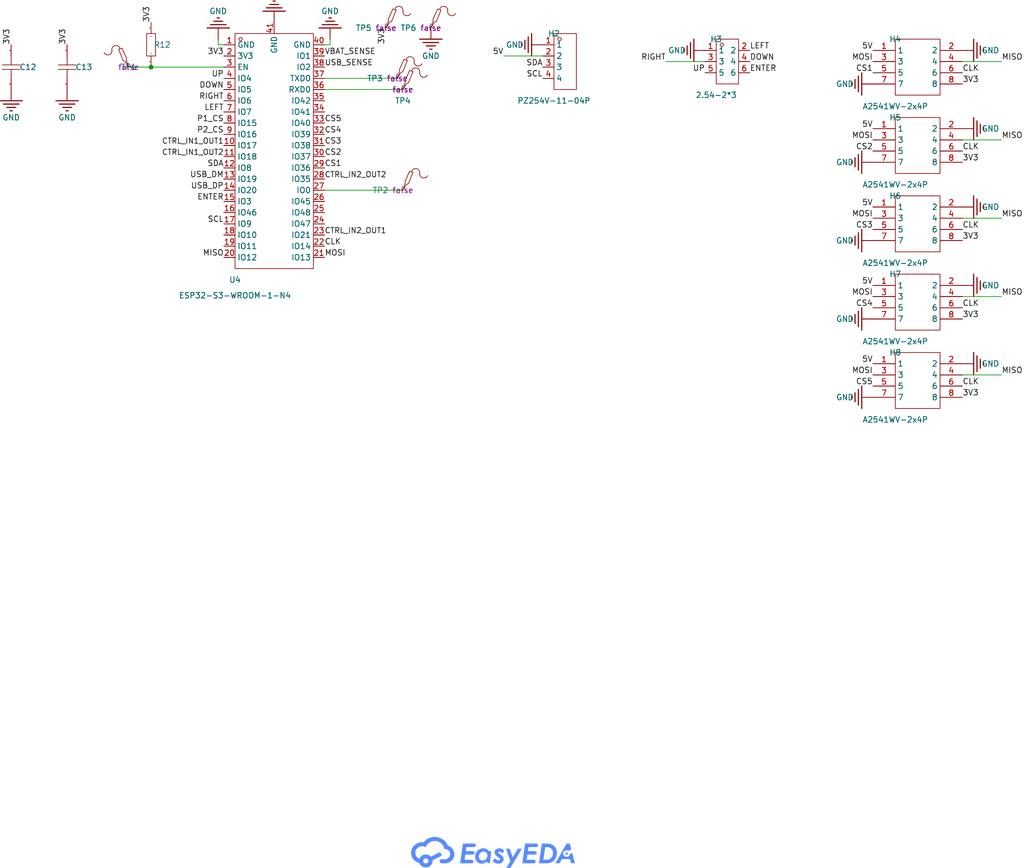
<source format=kicad_sch>
(kicad_sch (version 20250114) (generator "eeschema") (generator_version "9.0")
  (paper "User" 232.435 197.028)
  (lib_symbols
    (symbol "EasyEDA-Pr-easyedapro:2.54-2*3"
      (property "Reference" "H" (at 0 0 0))
      (symbol "2.54-2*3_1_0"
        (pin unspecified line (at -5.08 2.54 0) (length 2.54) (name "1") (number "1"))
        (pin unspecified line (at -5.08 0 0) (length 2.54) (name "3") (number "3"))
        (pin unspecified line (at -5.08 -2.54 0) (length 2.54) (name "5") (number "5"))
        (pin unspecified line (at 5.08 2.54 180) (length 2.54) (name "2") (number "2"))
        (pin unspecified line (at 5.08 0 180) (length 2.54) (name "4") (number "4"))
        (pin unspecified line (at 5.08 -2.54 180) (length 2.54) (name "6") (number "6"))
      )
    )
    (symbol "EasyEDA-Pr-easyedapro:A2541WV-2X4P"
      (property "Reference" "H" (at 0 0 0))
      (symbol "A2541WV-2X4P_1_0"
        (pin unspecified line (at -10.16 3.81 0) (length 5.08) (name "1") (number "1"))
        (pin unspecified line (at -10.16 1.27 0) (length 5.08) (name "3") (number "3"))
        (pin unspecified line (at -10.16 -1.27 0) (length 5.08) (name "5") (number "5"))
        (pin unspecified line (at -10.16 -3.81 0) (length 5.08) (name "7") (number "7"))
        (pin unspecified line (at 10.16 3.81 180) (length 5.08) (name "2") (number "2"))
        (pin unspecified line (at 10.16 1.27 180) (length 5.08) (name "4") (number "4"))
        (pin unspecified line (at 10.16 -1.27 180) (length 5.08) (name "6") (number "6"))
        (pin unspecified line (at 10.16 -3.81 180) (length 5.08) (name "8") (number "8"))
      )
    )
    (symbol "EasyEDA-Pr-easyedapro:CAP"
      (symbol "CAP_1_0"
        (pin input line (at -5.08 0 0) (length 2.54) (name "2") (number "2"))
        (pin input line (at 5.08 0 180) (length 2.54) (name "1") (number "1"))
      )
    )
    (symbol "EasyEDA-Pr-easyedapro:Drawing-Symbol_A4")
    (symbol "EasyEDA-Pr-easyedapro:ESP32-S3-WROOM-1-N4"
      (property "Reference" "U" (at 0 0 0))
      (symbol "ESP32-S3-WROOM-1-N4_1_0"
        (pin unspecified line (at -11.43 24.13 0) (length 2.54) (name "GND") (number "1"))
        (pin unspecified line (at -11.43 21.59 0) (length 2.54) (name "3V3") (number "2"))
        (pin unspecified line (at -11.43 19.05 0) (length 2.54) (name "EN") (number "3"))
        (pin unspecified line (at -11.43 16.51 0) (length 2.54) (name "IO4") (number "4"))
        (pin unspecified line (at -11.43 13.97 0) (length 2.54) (name "IO5") (number "5"))
        (pin unspecified line (at -11.43 11.43 0) (length 2.54) (name "IO6") (number "6"))
        (pin unspecified line (at -11.43 8.89 0) (length 2.54) (name "IO7") (number "7"))
        (pin unspecified line (at -11.43 6.35 0) (length 2.54) (name "IO15") (number "8"))
        (pin unspecified line (at -11.43 3.81 0) (length 2.54) (name "IO16") (number "9"))
        (pin unspecified line (at -11.43 1.27 0) (length 2.54) (name "IO17") (number "10"))
        (pin unspecified line (at -11.43 -1.27 0) (length 2.54) (name "IO18") (number "11"))
        (pin unspecified line (at -11.43 -3.81 0) (length 2.54) (name "IO8") (number "12"))
        (pin unspecified line (at -11.43 -6.35 0) (length 2.54) (name "IO19") (number "13"))
        (pin unspecified line (at -11.43 -8.89 0) (length 2.54) (name "IO20") (number "14"))
        (pin unspecified line (at -11.43 -11.43 0) (length 2.54) (name "IO3") (number "15"))
        (pin unspecified line (at -11.43 -13.97 0) (length 2.54) (name "IO46") (number "16"))
        (pin unspecified line (at -11.43 -16.51 0) (length 2.54) (name "IO9") (number "17"))
        (pin unspecified line (at -11.43 -19.05 0) (length 2.54) (name "IO10") (number "18"))
        (pin unspecified line (at -11.43 -21.59 0) (length 2.54) (name "IO11") (number "19"))
        (pin unspecified line (at -11.43 -24.13 0) (length 2.54) (name "IO12") (number "20"))
        (pin unspecified line (at 0 29.21 270) (length 2.54) (name "GND") (number "41"))
        (pin unspecified line (at 11.43 24.13 180) (length 2.54) (name "GND") (number "40"))
        (pin unspecified line (at 11.43 21.59 180) (length 2.54) (name "IO1") (number "39"))
        (pin unspecified line (at 11.43 19.05 180) (length 2.54) (name "IO2") (number "38"))
        (pin unspecified line (at 11.43 16.51 180) (length 2.54) (name "TXD0") (number "37"))
        (pin unspecified line (at 11.43 13.97 180) (length 2.54) (name "RXD0") (number "36"))
        (pin unspecified line (at 11.43 11.43 180) (length 2.54) (name "IO42") (number "35"))
        (pin unspecified line (at 11.43 8.89 180) (length 2.54) (name "IO41") (number "34"))
        (pin unspecified line (at 11.43 6.35 180) (length 2.54) (name "IO40") (number "33"))
        (pin unspecified line (at 11.43 3.81 180) (length 2.54) (name "IO39") (number "32"))
        (pin unspecified line (at 11.43 1.27 180) (length 2.54) (name "IO38") (number "31"))
        (pin unspecified line (at 11.43 -1.27 180) (length 2.54) (name "IO37") (number "30"))
        (pin unspecified line (at 11.43 -3.81 180) (length 2.54) (name "IO36") (number "29"))
        (pin unspecified line (at 11.43 -6.35 180) (length 2.54) (name "IO35") (number "28"))
        (pin unspecified line (at 11.43 -8.89 180) (length 2.54) (name "IO0") (number "27"))
        (pin unspecified line (at 11.43 -11.43 180) (length 2.54) (name "IO45") (number "26"))
        (pin unspecified line (at 11.43 -13.97 180) (length 2.54) (name "IO48") (number "25"))
        (pin unspecified line (at 11.43 -16.51 180) (length 2.54) (name "IO47") (number "24"))
        (pin unspecified line (at 11.43 -19.05 180) (length 2.54) (name "IO21") (number "23"))
        (pin unspecified line (at 11.43 -21.59 180) (length 2.54) (name "IO14") (number "22"))
        (pin unspecified line (at 11.43 -24.13 180) (length 2.54) (name "IO13") (number "21"))
      )
    )
    (symbol "EasyEDA-Pr-easyedapro:Ground-GND" (power) (pin_numbers (hide yes)) (pin_names (hide yes))
      (property "Value" "GND" (at 0 -6.35 0))
      (symbol "Ground-GND_1_0"
        (pin power_in line (at 0 0 270) (length 2.54) (name "GND") (number "1"))
      )
    )
    (symbol "EasyEDA-Pr-easyedapro:PZ254V-11-04P_C2691448"
      (property "Reference" "H" (at 0 0 0))
      (symbol "PZ254V-11-04P_C2691448_1_0"
        (pin input line (at -5.08 3.81 0) (length 2.54) (name "1") (number "1"))
        (pin input line (at -5.08 1.27 0) (length 2.54) (name "2") (number "2"))
        (pin input line (at -5.08 -1.27 0) (length 2.54) (name "3") (number "3"))
        (pin input line (at -5.08 -3.81 0) (length 2.54) (name "4") (number "4"))
      )
    )
    (symbol "EasyEDA-Pr-easyedapro:Res"
      (symbol "Res_1_0"
        (pin input line (at -5.08 0 0) (length 2.54) (name "1") (number "1"))
        (pin input line (at 5.08 0 180) (length 2.54) (name "2") (number "2"))
      )
    )
    (symbol "EasyEDA-Pr-easyedapro:Test-Point"
      (symbol "Test-Point_1_0"
        (pin unspecified line (at 0 0 90) (length 0.254) (name "1") (number "1"))
      )
    )
  )
  (junction (at 34.29 15.24))
  (wire (pts (xy 49.53 10.16) (xy 49.53 8.89)))
  (wire (pts (xy 73.66 20.32) (xy 91.44 20.32)))
  (wire (pts (xy 50.8 10.16) (xy 49.53 10.16)))
  (wire (pts (xy 73.66 43.18) (xy 91.44 43.18)))
  (wire (pts (xy 218.44 13.97) (xy 227.33 13.97)))
  (wire (pts (xy 218.44 31.75) (xy 227.33 31.75)))
  (wire (pts (xy 160.02 13.97) (xy 151.13 13.97)))
  (wire (pts (xy 218.44 49.53) (xy 227.33 49.53)))
  (wire (pts (xy 218.44 67.31) (xy 227.33 67.31)))
  (wire (pts (xy 34.29 15.24) (xy 50.8 15.24)))
  (wire (pts (xy 74.93 10.16) (xy 73.66 10.16)))
  (wire (pts (xy 29.21 15.24) (xy 34.29 15.24)))
  (wire (pts (xy 218.44 85.09) (xy 227.33 85.09)))
  (wire (pts (xy 114.3 12.7) (xy 123.19 12.7)))
  (wire (pts (xy 74.93 8.89) (xy 74.93 10.16)))
  (wire (pts (xy 73.66 17.78) (xy 90.17 17.78)))
  (label "ENTER" (at 170.18 16.51 0))
  (label "UP" (at 160.02 16.51 180))
  (label "CS1" (at 198.12 16.51 180))
  (label "P2_CS" (at 50.8 30.48 180))
  (label "CTRL_IN1_OUT1" (at 50.8 33.02 180) (effects (font (size 1.2192 1.2192))))
  (label "CS2" (at 198.12 34.29 180))
  (label "CS4" (at 73.66 30.48 0))
  (label "MOSI" (at 198.12 67.31 180))
  (label "5V" (at 114.3 12.7 180))
  (label "RIGHT" (at 50.8 22.86 180))
  (label "SCL" (at 50.8 50.8 180))
  (label "DOWN" (at 50.8 20.32 180))
  (label "CLK" (at 218.44 16.51 0))
  (label "USB_DP" (at 50.8 43.18 180))
  (label "CS3" (at 73.66 33.02 0))
  (label "SDA" (at 50.8 38.1 180))
  (label "MISO" (at 227.33 13.97 0))
  (label "CS5" (at 73.66 27.94 0))
  (label "CLK" (at 218.44 52.07 0))
  (label "CS4" (at 198.12 69.85 180))
  (label "MISO" (at 50.8 58.42 180))
  (label "CLK" (at 218.44 69.85 0))
  (label "P1_CS" (at 50.8 27.94 180))
  (label "MISO" (at 227.33 85.09 0))
  (label "5V" (at 198.12 64.77 180))
  (label "MISO" (at 227.33 49.53 0))
  (label "MOSI" (at 73.66 58.42 0))
  (label "5V" (at 198.12 29.21 180))
  (label "CTRL_IN2_OUT1" (at 73.66 53.34 0) (effects (font (size 1.2192 1.2192))))
  (label "VBAT_SENSE" (at 73.66 12.7 0))
  (label "5V" (at 198.12 46.99 180))
  (label "3V3" (at 218.44 54.61 0))
  (label "MISO" (at 227.33 31.75 0))
  (label "MOSI" (at 198.12 49.53 180))
  (label "CS1" (at 73.66 38.1 0))
  (label "CS3" (at 198.12 52.07 180))
  (label "UP" (at 50.8 17.78 180))
  (label "3V3" (at 218.44 90.17 0))
  (label "5V" (at 198.12 11.43 180))
  (label "DOWN" (at 170.18 13.97 0))
  (label "LEFT" (at 170.18 11.43 0))
  (label "MOSI" (at 198.12 85.09 180))
  (label "CS2" (at 73.66 35.56 0))
  (label "CS5" (at 198.12 87.63 180))
  (label "3V3" (at 2.54 10.16 90))
  (label "5V" (at 198.12 82.55 180))
  (label "USB_DM" (at 50.8 40.64 180))
  (label "3V3" (at 218.44 19.05 0))
  (label "3V3" (at 34.29 5.08 90))
  (label "MOSI" (at 198.12 31.75 180))
  (label "SCL" (at 123.19 17.78 180))
  (label "RIGHT" (at 151.13 13.97 180))
  (label "3V3" (at 50.8 12.7 180))
  (label "3V3" (at 15.24 10.16 90))
  (label "MOSI" (at 198.12 13.97 180))
  (label "CLK" (at 218.44 34.29 0))
  (label "3V3" (at 87.63 6.35 270))
  (label "3V3" (at 218.44 36.83 0))
  (label "CLK" (at 218.44 87.63 0))
  (label "LEFT" (at 50.8 25.4 180))
  (label "CTRL_IN2_OUT2" (at 73.66 40.64 0) (effects (font (size 1.2192 1.2192))))
  (label "USB_SENSE" (at 73.66 15.24 0))
  (label "3V3" (at 218.44 72.39 0))
  (label "MISO" (at 227.33 67.31 0))
  (label "CLK" (at 73.66 55.88 0))
  (label "SDA" (at 123.19 15.24 180))
  (label "CTRL_IN1_OUT2" (at 50.8 35.56 180) (effects (font (size 1.2192 1.2192))))
  (label "ENTER" (at 50.8 45.72 180))
  (symbol (lib_id "EasyEDA-Pr-easyedapro:2.54-2*3") (at 165.1 13.97 0) (unit 1)
    (property "Reference" "H3" (at 162.56 8.89 0))
    (property "Value" "2.54-2*3" (at 162.56 21.59 0))
    (property "Footprint" "EasyEDA-Pr-easyedapro:HDR-TH_6P-P2.54-V-R2-C3-S2.54_A2541WV-2X3P" (effects (hide yes)))
    (property "Datasheet" "https://item.szlcsc.com/datasheet/2.54-2*3/5692722.html" (effects (hide yes)))
    (property "Description" "Pin Structure:2x3P Pitch:2.54mm Row Spacing:2.54mm Circluar Pins/Square Pins:Pin Header Mounting Type:Through Hole Number of Rows:2 Number of Pins:6P Current Rating:2.5A Length of Mating Pin:6mm Insulation Height:2.54mm Length of End Connection Pin:3mm Co" (effects (hide yes)))
    (property "Manufacturer Part" "2.54-2*3" (effects (hide yes)))
    (property "Manufacturer" "ZHOURI(洲日)" (effects (hide yes)))
    (property "Supplier Part" "C5116479" (effects (hide yes)))
    (property "Supplier" "LCSC" (effects (hide yes)))
    (property "LCSC Part Name" "2x3P 间距:2.54mm 方针 直插" (effects (hide yes)))
  )
  (symbol (lib_id "EasyEDA-Pr-easyedapro:Test-Point") (at 90.17 17.78 0) (unit 1)
    (property "Reference" "TP3" (at 85.09 17.78 0))
    (property "Footprint" "EasyEDA-Pr-easyedapro:Test-Point-0.5mm" (effects (hide yes)))
    (property "Description" "Test Point 测试点" (effects (hide yes)))
    (property "Check" "false" (at 90.17 17.78 0))
  )
  (symbol (lib_id "EasyEDA-Pr-easyedapro:Ground-GND") (at 15.24 20.32 0) (unit 1)
    (property "Reference" "#PWR?" (effects (hide yes)))
    (property "Value" "GND" (at 15.24 26.67 0))
    (property "Footprint" "EasyEDA-Pr-easyedapro:" (effects (hide yes)))
  )
  (symbol (lib_id "EasyEDA-Pr-easyedapro:A2541WV-2X4P") (at 208.28 15.24 0) (unit 1)
    (property "Reference" "H4" (at 203.2 8.89 0))
    (property "Value" "A2541WV-2x4P" (at 203.2 24.13 0))
    (property "Footprint" "EasyEDA-Pr-easyedapro:HDR-TH_8P-P2.54-V-R2-C4-S2.54_A2541WV-2X4P" (effects (hide yes)))
    (property "Datasheet" "https://atta.szlcsc.com/upload/public/pdf/source/20180724/C239359_48B1BC0CA1B4E4396A63955AAFD15564.pdf" (effects (hide yes)))
    (property "Description" "Pin Structure:2x4P Pitch:2.54mm Row Spacing:2.54mm Circluar Pins/Square Pins:Policy Mounting Type:Straight Number of Rows:Double Row Number of Pins:8P Current Rating:3A Voltage Rating (Max):250V Length of Mating Pin:6mm Insulation Height:2.54mm Length of" (effects (hide yes)))
    (property "Manufacturer Part" "A2541WV-2x4P" (effects (hide yes)))
    (property "Manufacturer" "CJT(长江连接器)" (effects (hide yes)))
    (property "Supplier Part" "C225519" (effects (hide yes)))
    (property "Supplier" "LCSC" (effects (hide yes)))
    (property "LCSC Part Name" "2x4P 间距:2.54mm 方针 直插" (effects (hide yes)))
  )
  (symbol (lib_id "EasyEDA-Pr-easyedapro:Drawing-Symbol_A4") (at -31.75 200.66 0) (unit 1)
    (property "Reference" "?" (at -31.75 200.66 0))
    (property "Footprint" "EasyEDA-Pr-easyedapro:" (effects (hide yes)))
    (property "@Board Name" "Board1" (at -31.75 200.66 0))
    (property "@Create Date" "2025-12-26" (at -31.75 200.66 0))
    (property "@Create Time" "19:57:43" (at -31.75 200.66 0))
    (property "@Page Count" "3" (at -31.75 200.66 0))
    (property "@Page Name" "MCU" (at -31.75 200.66 0))
    (property "@Page No" "2" (at -31.75 200.66 0))
    (property "@Project Name" "FurModularity 2" (at -31.75 200.66 0))
    (property "@Schematic Name" "Schematic1" (at -31.75 200.66 0))
    (property "@Update Date" "2025-12-27" (at -31.75 200.66 0))
    (property "@Update Time" "19:46:08" (at -31.75 200.66 0))
    (property "Blade Width" "10" (at -31.75 200.66 0))
    (property "Border" "1" (at -31.75 200.66 0))
    (property "Company" "EasyEDA.com" (at -31.75 200.66 0))
    (property "Height" "825" (at -31.75 200.66 0))
    (property "Page Size" "A4" (at -31.75 200.66 0))
    (property "Region Start" "1" (at -31.75 200.66 0))
    (property "Title Block" "1" (at -31.75 200.66 0))
    (property "Title Block Position" "3" (at -31.75 200.66 0))
    (property "Version" "V1.0" (at -31.75 200.66 0))
    (property "Width" "1170" (at -31.75 200.66 0))
    (property "X Region Count" "6" (at -31.75 200.66 0))
    (property "Y Region Count" "4" (at -31.75 200.66 0))
  )
  (symbol (lib_id "EasyEDA-Pr-easyedapro:Ground-GND") (at 198.12 90.17 270) (unit 1)
    (property "Reference" "#PWR?" (effects (hide yes)))
    (property "Value" "GND" (at 191.77 90.17 90))
    (property "Footprint" "EasyEDA-Pr-easyedapro:" (effects (hide yes)))
  )
  (symbol (lib_id "EasyEDA-Pr-easyedapro:Ground-GND") (at 218.44 82.55 90) (mirror x) (unit 1)
    (property "Reference" "#PWR?" (effects (hide yes)))
    (property "Value" "GND" (at 224.79 82.55 90))
    (property "Footprint" "EasyEDA-Pr-easyedapro:" (effects (hide yes)))
  )
  (symbol (lib_id "EasyEDA-Pr-easyedapro:Ground-GND") (at 218.44 64.77 90) (mirror x) (unit 1)
    (property "Reference" "#PWR?" (effects (hide yes)))
    (property "Value" "GND" (at 224.79 64.77 90))
    (property "Footprint" "EasyEDA-Pr-easyedapro:" (effects (hide yes)))
  )
  (symbol (lib_id "EasyEDA-Pr-easyedapro:ESP32-S3-WROOM-1-N4") (at 62.23 34.29 0) (unit 1)
    (property "Reference" "U4" (at 53.34 63.5 0))
    (property "Value" "ESP32-S3-WROOM-1-N4" (at 53.34 67.056 0))
    (property "Footprint" "EasyEDA-Pr-easyedapro:WIFIM-SMD_ESP32-S3-WROOM-1-N8" (effects (hide yes)))
    (property "Datasheet" "https://item.szlcsc.com/datasheet/ESP32-S3-WROOM-1-N4/3198295.html" (effects (hide yes)))
    (property "Manufacturer Part" "ESP32-S3-WROOM-1-N4" (effects (hide yes)))
    (property "Manufacturer" "ESPRESSIF(乐鑫)" (effects (hide yes)))
    (property "Supplier Part" "C2913197" (effects (hide yes)))
    (property "Supplier" "LCSC" (effects (hide yes)))
    (property "LCSC Part Name" "通用型Wi-Fi+低功耗蓝牙MCU模组" (effects (hide yes)))
  )
  (symbol (lib_id "EasyEDA-Pr-easyedapro:Ground-GND") (at 123.19 10.16 270) (unit 1)
    (property "Reference" "#PWR?" (effects (hide yes)))
    (property "Value" "GND" (at 116.84 10.16 90))
    (property "Footprint" "EasyEDA-Pr-easyedapro:" (effects (hide yes)))
  )
  (symbol (lib_id "EasyEDA-Pr-easyedapro:Ground-GND") (at 198.12 19.05 270) (unit 1)
    (property "Reference" "#PWR?" (effects (hide yes)))
    (property "Value" "GND" (at 191.77 19.05 90))
    (property "Footprint" "EasyEDA-Pr-easyedapro:" (effects (hide yes)))
  )
  (symbol (lib_id "EasyEDA-Pr-easyedapro:Ground-GND") (at 62.23 5.08 180) (unit 1)
    (property "Reference" "#PWR?" (effects (hide yes)))
    (property "Value" "GND" (at 62.23 -1.27 0))
    (property "Footprint" "EasyEDA-Pr-easyedapro:" (effects (hide yes)))
  )
  (symbol (lib_id "EasyEDA-Pr-easyedapro:Res") (at 34.29 10.16 90) (unit 1)
    (property "Reference" "R12" (at 36.83 10.16 90))
    (property "Value" "10kΩ" (effects (hide yes)))
    (property "Footprint" "EasyEDA-Pr-easyedapro:R0603" (effects (hide yes)))
    (property "Datasheet" "https://atta.szlcsc.com/upload/public/pdf/source/20220513/247AF9639BA21CF93567DC289CCC6A22.pdf" (effects (hide yes)))
    (property "Description" "Type:Thick Film Resistors Resistance: Tolerance:±5% Tolerance:±5% Power(Watts): Overload Voltage (Max): Operating Temperature Range:-55℃~+155℃ Operating Temperature Range:-55℃~+155℃" (effects (hide yes)))
    (property "Manufacturer Part" "SCR0603J10K" (effects (hide yes)))
    (property "Manufacturer" "VO(翔胜)" (effects (hide yes)))
    (property "Supplier Part" "C3017715" (effects (hide yes)))
    (property "Supplier" "LCSC" (effects (hide yes)))
    (property "LCSC Part Name" "厚膜电阻 10kΩ ±5% 100mW" (effects (hide yes)))
  )
  (symbol (lib_id "EasyEDA-Pr-easyedapro:Ground-GND") (at 198.12 36.83 270) (unit 1)
    (property "Reference" "#PWR?" (effects (hide yes)))
    (property "Value" "GND" (at 191.77 36.83 90))
    (property "Footprint" "EasyEDA-Pr-easyedapro:" (effects (hide yes)))
  )
  (symbol (lib_id "EasyEDA-Pr-easyedapro:Test-Point") (at 87.63 6.35 0) (unit 1)
    (property "Reference" "TP5" (at 82.55 6.35 0))
    (property "Footprint" "EasyEDA-Pr-easyedapro:Test-Point-0.5mm" (effects (hide yes)))
    (property "Description" "Test Point 测试点" (effects (hide yes)))
    (property "Check" "false" (at 87.63 6.35 0))
  )
  (symbol (lib_id "EasyEDA-Pr-easyedapro:Test-Point") (at 91.44 43.18 0) (unit 1)
    (property "Reference" "TP2" (at 86.36 43.18 0))
    (property "Footprint" "EasyEDA-Pr-easyedapro:Test-Point-0.5mm" (effects (hide yes)))
    (property "Description" "Test Point 测试点" (effects (hide yes)))
    (property "Check" "false" (at 91.44 43.18 0))
  )
  (symbol (lib_id "EasyEDA-Pr-easyedapro:Ground-GND") (at 74.93 8.89 180) (unit 1)
    (property "Reference" "#PWR?" (effects (hide yes)))
    (property "Value" "GND" (at 74.93 2.54 0))
    (property "Footprint" "EasyEDA-Pr-easyedapro:" (effects (hide yes)))
  )
  (symbol (lib_id "EasyEDA-Pr-easyedapro:A2541WV-2X4P") (at 208.28 50.8 0) (unit 1)
    (property "Reference" "H6" (at 203.2 44.45 0))
    (property "Value" "A2541WV-2x4P" (at 203.2 59.69 0))
    (property "Footprint" "EasyEDA-Pr-easyedapro:HDR-TH_8P-P2.54-V-R2-C4-S2.54_A2541WV-2X4P" (effects (hide yes)))
    (property "Datasheet" "https://atta.szlcsc.com/upload/public/pdf/source/20180724/C239359_48B1BC0CA1B4E4396A63955AAFD15564.pdf" (effects (hide yes)))
    (property "Description" "Pin Structure:2x4P Pitch:2.54mm Row Spacing:2.54mm Circluar Pins/Square Pins:Policy Mounting Type:Straight Number of Rows:Double Row Number of Pins:8P Current Rating:3A Voltage Rating (Max):250V Length of Mating Pin:6mm Insulation Height:2.54mm Length of" (effects (hide yes)))
    (property "Manufacturer Part" "A2541WV-2x4P" (effects (hide yes)))
    (property "Manufacturer" "CJT(长江连接器)" (effects (hide yes)))
    (property "Supplier Part" "C225519" (effects (hide yes)))
    (property "Supplier" "LCSC" (effects (hide yes)))
    (property "LCSC Part Name" "2x4P 间距:2.54mm 方针 直插" (effects (hide yes)))
  )
  (symbol (lib_id "EasyEDA-Pr-easyedapro:Test-Point") (at 97.79 6.35 0) (unit 1)
    (property "Reference" "TP6" (at 92.71 6.35 0))
    (property "Footprint" "EasyEDA-Pr-easyedapro:Test-Point-0.5mm" (effects (hide yes)))
    (property "Description" "Test Point 测试点" (effects (hide yes)))
    (property "Check" "false" (at 97.79 6.35 0))
  )
  (symbol (lib_id "EasyEDA-Pr-easyedapro:Ground-GND") (at 198.12 72.39 270) (unit 1)
    (property "Reference" "#PWR?" (effects (hide yes)))
    (property "Value" "GND" (at 191.77 72.39 90))
    (property "Footprint" "EasyEDA-Pr-easyedapro:" (effects (hide yes)))
  )
  (symbol (lib_id "EasyEDA-Pr-easyedapro:A2541WV-2X4P") (at 208.28 86.36 0) (unit 1)
    (property "Reference" "H8" (at 203.2 80.01 0))
    (property "Value" "A2541WV-2x4P" (at 203.2 95.25 0))
    (property "Footprint" "EasyEDA-Pr-easyedapro:HDR-TH_8P-P2.54-V-R2-C4-S2.54_A2541WV-2X4P" (effects (hide yes)))
    (property "Datasheet" "https://atta.szlcsc.com/upload/public/pdf/source/20180724/C239359_48B1BC0CA1B4E4396A63955AAFD15564.pdf" (effects (hide yes)))
    (property "Description" "Pin Structure:2x4P Pitch:2.54mm Row Spacing:2.54mm Circluar Pins/Square Pins:Policy Mounting Type:Straight Number of Rows:Double Row Number of Pins:8P Current Rating:3A Voltage Rating (Max):250V Length of Mating Pin:6mm Insulation Height:2.54mm Length of" (effects (hide yes)))
    (property "Manufacturer Part" "A2541WV-2x4P" (effects (hide yes)))
    (property "Manufacturer" "CJT(长江连接器)" (effects (hide yes)))
    (property "Supplier Part" "C225519" (effects (hide yes)))
    (property "Supplier" "LCSC" (effects (hide yes)))
    (property "LCSC Part Name" "2x4P 间距:2.54mm 方针 直插" (effects (hide yes)))
  )
  (symbol (lib_id "EasyEDA-Pr-easyedapro:CAP") (at 2.54 15.24 90) (unit 1)
    (property "Reference" "C12" (at 6.35 15.24 90))
    (property "Value" "100nF" (effects (hide yes)))
    (property "Footprint" "EasyEDA-Pr-easyedapro:C0603" (effects (hide yes)))
    (property "Datasheet" "https://item.szlcsc.com/datasheet/CC0603KRX7R9BB104/15331.html" (effects (hide yes)))
    (property "Description" "Capacitance:100nF Tolerance:±10% Tolerance:±10% Voltage Rating:50V Temperature Coefficient:X7R" (effects (hide yes)))
    (property "Manufacturer Part" "CC0603KRX7R9BB104" (effects (hide yes)))
    (property "Manufacturer" "YAGEO(国巨)" (effects (hide yes)))
    (property "Supplier Part" "C14663" (effects (hide yes)))
    (property "Supplier" "LCSC" (effects (hide yes)))
    (property "LCSC Part Name" "100nF ±10% 50V" (effects (hide yes)))
  )
  (symbol (lib_id "EasyEDA-Pr-easyedapro:Ground-GND") (at 2.54 20.32 0) (unit 1)
    (property "Reference" "#PWR?" (effects (hide yes)))
    (property "Value" "GND" (at 2.54 26.67 0))
    (property "Footprint" "EasyEDA-Pr-easyedapro:" (effects (hide yes)))
  )
  (symbol (lib_id "EasyEDA-Pr-easyedapro:Ground-GND") (at 198.12 54.61 270) (unit 1)
    (property "Reference" "#PWR?" (effects (hide yes)))
    (property "Value" "GND" (at 191.77 54.61 90))
    (property "Footprint" "EasyEDA-Pr-easyedapro:" (effects (hide yes)))
  )
  (symbol (lib_id "EasyEDA-Pr-easyedapro:A2541WV-2X4P") (at 208.28 68.58 0) (unit 1)
    (property "Reference" "H7" (at 203.2 62.23 0))
    (property "Value" "A2541WV-2x4P" (at 203.2 77.47 0))
    (property "Footprint" "EasyEDA-Pr-easyedapro:HDR-TH_8P-P2.54-V-R2-C4-S2.54_A2541WV-2X4P" (effects (hide yes)))
    (property "Datasheet" "https://atta.szlcsc.com/upload/public/pdf/source/20180724/C239359_48B1BC0CA1B4E4396A63955AAFD15564.pdf" (effects (hide yes)))
    (property "Description" "Pin Structure:2x4P Pitch:2.54mm Row Spacing:2.54mm Circluar Pins/Square Pins:Policy Mounting Type:Straight Number of Rows:Double Row Number of Pins:8P Current Rating:3A Voltage Rating (Max):250V Length of Mating Pin:6mm Insulation Height:2.54mm Length of" (effects (hide yes)))
    (property "Manufacturer Part" "A2541WV-2x4P" (effects (hide yes)))
    (property "Manufacturer" "CJT(长江连接器)" (effects (hide yes)))
    (property "Supplier Part" "C225519" (effects (hide yes)))
    (property "Supplier" "LCSC" (effects (hide yes)))
    (property "LCSC Part Name" "2x4P 间距:2.54mm 方针 直插" (effects (hide yes)))
  )
  (symbol (lib_id "EasyEDA-Pr-easyedapro:Ground-GND") (at 49.53 8.89 180) (unit 1)
    (property "Reference" "#PWR?" (effects (hide yes)))
    (property "Value" "GND" (at 49.53 2.54 0))
    (property "Footprint" "EasyEDA-Pr-easyedapro:" (effects (hide yes)))
  )
  (symbol (lib_id "EasyEDA-Pr-easyedapro:Test-Point") (at 29.21 15.24 0) (mirror y) (unit 1)
    (property "Reference" "TP1" (at 29.21 15.24 0))
    (property "Footprint" "EasyEDA-Pr-easyedapro:Test-Point-0.5mm" (effects (hide yes)))
    (property "Description" "Test Point 测试点" (effects (hide yes)))
    (property "Check" "false" (at 29.21 15.24 0))
  )
  (symbol (lib_id "EasyEDA-Pr-easyedapro:Ground-GND") (at 218.44 29.21 90) (mirror x) (unit 1)
    (property "Reference" "#PWR?" (effects (hide yes)))
    (property "Value" "GND" (at 224.79 29.21 90))
    (property "Footprint" "EasyEDA-Pr-easyedapro:" (effects (hide yes)))
  )
  (symbol (lib_id "EasyEDA-Pr-easyedapro:Test-Point") (at 91.44 20.32 0) (unit 1)
    (property "Reference" "TP4" (at 91.44 22.86 0))
    (property "Footprint" "EasyEDA-Pr-easyedapro:Test-Point-0.5mm" (effects (hide yes)))
    (property "Description" "Test Point 测试点" (effects (hide yes)))
    (property "Check" "false" (at 91.44 20.32 0))
  )
  (symbol (lib_id "EasyEDA-Pr-easyedapro:Ground-GND") (at 218.44 46.99 90) (mirror x) (unit 1)
    (property "Reference" "#PWR?" (effects (hide yes)))
    (property "Value" "GND" (at 224.79 46.99 90))
    (property "Footprint" "EasyEDA-Pr-easyedapro:" (effects (hide yes)))
  )
  (symbol (lib_id "EasyEDA-Pr-easyedapro:Ground-GND") (at 97.79 6.35 0) (unit 1)
    (property "Reference" "#PWR?" (effects (hide yes)))
    (property "Value" "GND" (at 97.79 12.7 0))
    (property "Footprint" "EasyEDA-Pr-easyedapro:" (effects (hide yes)))
  )
  (symbol (lib_id "EasyEDA-Pr-easyedapro:A2541WV-2X4P") (at 208.28 33.02 0) (unit 1)
    (property "Reference" "H5" (at 203.2 26.67 0))
    (property "Value" "A2541WV-2x4P" (at 203.2 41.91 0))
    (property "Footprint" "EasyEDA-Pr-easyedapro:HDR-TH_8P-P2.54-V-R2-C4-S2.54_A2541WV-2X4P" (effects (hide yes)))
    (property "Datasheet" "https://atta.szlcsc.com/upload/public/pdf/source/20180724/C239359_48B1BC0CA1B4E4396A63955AAFD15564.pdf" (effects (hide yes)))
    (property "Description" "Pin Structure:2x4P Pitch:2.54mm Row Spacing:2.54mm Circluar Pins/Square Pins:Policy Mounting Type:Straight Number of Rows:Double Row Number of Pins:8P Current Rating:3A Voltage Rating (Max):250V Length of Mating Pin:6mm Insulation Height:2.54mm Length of" (effects (hide yes)))
    (property "Manufacturer Part" "A2541WV-2x4P" (effects (hide yes)))
    (property "Manufacturer" "CJT(长江连接器)" (effects (hide yes)))
    (property "Supplier Part" "C225519" (effects (hide yes)))
    (property "Supplier" "LCSC" (effects (hide yes)))
    (property "LCSC Part Name" "2x4P 间距:2.54mm 方针 直插" (effects (hide yes)))
  )
  (symbol (lib_id "EasyEDA-Pr-easyedapro:CAP") (at 15.24 15.24 90) (unit 1)
    (property "Reference" "C13" (at 19.05 15.24 90))
    (property "Value" "100nF" (effects (hide yes)))
    (property "Footprint" "EasyEDA-Pr-easyedapro:C0603" (effects (hide yes)))
    (property "Datasheet" "https://item.szlcsc.com/datasheet/CC0603KRX7R9BB104/15331.html" (effects (hide yes)))
    (property "Description" "Capacitance:100nF Tolerance:±10% Tolerance:±10% Voltage Rating:50V Temperature Coefficient:X7R" (effects (hide yes)))
    (property "Manufacturer Part" "CC0603KRX7R9BB104" (effects (hide yes)))
    (property "Manufacturer" "YAGEO(国巨)" (effects (hide yes)))
    (property "Supplier Part" "C14663" (effects (hide yes)))
    (property "Supplier" "LCSC" (effects (hide yes)))
    (property "LCSC Part Name" "100nF ±10% 50V" (effects (hide yes)))
  )
  (symbol (lib_id "EasyEDA-Pr-easyedapro:Ground-GND") (at 160.02 11.43 270) (unit 1)
    (property "Reference" "#PWR?" (effects (hide yes)))
    (property "Value" "GND" (at 153.67 11.43 90))
    (property "Footprint" "EasyEDA-Pr-easyedapro:" (effects (hide yes)))
  )
  (symbol (lib_id "EasyEDA-Pr-easyedapro:Ground-GND") (at 218.44 11.43 90) (mirror x) (unit 1)
    (property "Reference" "#PWR?" (effects (hide yes)))
    (property "Value" "GND" (at 224.79 11.43 90))
    (property "Footprint" "EasyEDA-Pr-easyedapro:" (effects (hide yes)))
  )
  (symbol (lib_id "EasyEDA-Pr-easyedapro:PZ254V-11-04P_C2691448") (at 128.27 13.97 0) (unit 1)
    (property "Reference" "H2" (at 125.73 7.62 0))
    (property "Value" "PZ254V-11-04P" (at 125.73 22.86 0))
    (property "Footprint" "EasyEDA-Pr-easyedapro:HDR-TH_4P-P2.54-V-M" (effects (hide yes)))
    (property "Datasheet" "https://item.szlcsc.com/datasheet/PZ254V-11-04P/2801085.html" (effects (hide yes)))
    (property "Description" "Pin Structure:1x4P Pitch:2.54mm Row Spacing:- Circluar Pins/Square Pins:Pin Header Mounting Type:Through Hole Number of Rows:1 Number of Pins:4P Current Rating:3A Voltage Rating (Max):250V Length of Mating Pin:6mm Insulation Height:2.5mm Length of End Con" (effects (hide yes)))
    (property "Manufacturer Part" "PZ254V-11-04P" (effects (hide yes)))
    (property "Manufacturer" "XFCN(兴飞)" (effects (hide yes)))
    (property "Supplier Part" "C2691448" (effects (hide yes)))
    (property "Supplier" "LCSC" (effects (hide yes)))
    (property "LCSC Part Name" "1x4P 间距:2.54mm 方针 直插" (effects (hide yes)))
  )
)
</source>
